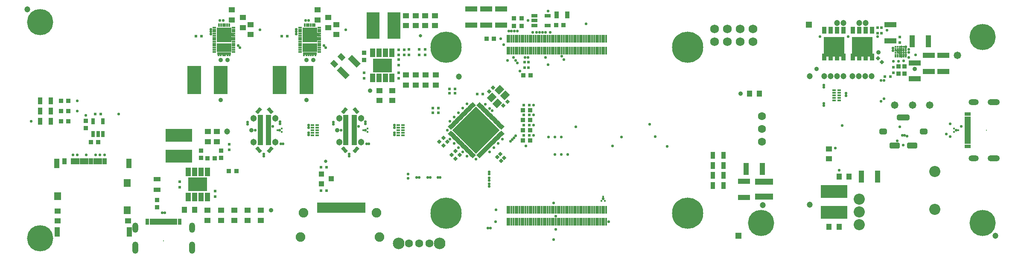
<source format=gbr>
%TF.GenerationSoftware,Altium Limited,Altium Designer,22.4.2 (48)*%
G04 Layer_Color=8388736*
%FSLAX26Y26*%
%MOIN*%
%TF.SameCoordinates,8C98EB32-1E12-42CD-A60B-9DA89663A72C*%
%TF.FilePolarity,Negative*%
%TF.FileFunction,Soldermask,Top*%
%TF.Part,Single*%
G01*
G75*
%TA.AperFunction,SMDPad,CuDef*%
%ADD22R,0.033465X0.035433*%
%ADD23R,0.023622X0.023622*%
%ADD33R,0.035433X0.055118*%
%ADD36R,0.106299X0.220472*%
%ADD37R,0.049213X0.039370*%
%ADD48P,0.033407X4X180.0*%
%ADD49R,0.043307X0.094488*%
%ADD51R,0.023622X0.023622*%
%ADD52R,0.039370X0.049213*%
%ADD53R,0.035433X0.033465*%
%ADD54R,0.094488X0.043307*%
%ADD55P,0.033407X4X90.0*%
%ADD56R,0.055118X0.035433*%
G04:AMPARAMS|DCode=60|XSize=43.307mil|YSize=94.488mil|CornerRadius=0mil|HoleSize=0mil|Usage=FLASHONLY|Rotation=45.000|XOffset=0mil|YOffset=0mil|HoleType=Round|Shape=Rectangle|*
%AMROTATEDRECTD60*
4,1,4,0.018095,-0.048718,-0.048718,0.018095,-0.018095,0.048718,0.048718,-0.018095,0.018095,-0.048718,0.0*
%
%ADD60ROTATEDRECTD60*%

G04:AMPARAMS|DCode=61|XSize=39.37mil|YSize=49.213mil|CornerRadius=0mil|HoleSize=0mil|Usage=FLASHONLY|Rotation=45.000|XOffset=0mil|YOffset=0mil|HoleType=Round|Shape=Rectangle|*
%AMROTATEDRECTD61*
4,1,4,0.003480,-0.031319,-0.031319,0.003480,-0.003480,0.031319,0.031319,-0.003480,0.003480,-0.031319,0.0*
%
%ADD61ROTATEDRECTD61*%

%ADD119R,0.015748X0.015748*%
%ADD120R,0.026701X0.015874*%
%ADD121R,0.039496X0.067055*%
%TA.AperFunction,FiducialPad,Global*%
%ADD123R,0.047370X0.047370*%
%ADD124C,0.047370*%
%TA.AperFunction,ComponentPad*%
%ADD128C,0.086740*%
%ADD129O,0.094614X0.047370*%
%ADD130O,0.078866X0.047370*%
%ADD131C,0.008000*%
G04:AMPARAMS|DCode=132|XSize=82.803mil|YSize=47.37mil|CornerRadius=13.842mil|HoleSize=0mil|Usage=FLASHONLY|Rotation=180.000|XOffset=0mil|YOffset=0mil|HoleType=Round|Shape=RoundedRectangle|*
%AMROUNDEDRECTD132*
21,1,0.082803,0.019685,0,0,180.0*
21,1,0.055118,0.047370,0,0,180.0*
1,1,0.027685,-0.027559,0.009843*
1,1,0.027685,0.027559,0.009843*
1,1,0.027685,0.027559,-0.009843*
1,1,0.027685,-0.027559,-0.009843*
%
%ADD132ROUNDEDRECTD132*%
G04:AMPARAMS|DCode=133|XSize=98.551mil|YSize=47.37mil|CornerRadius=13.842mil|HoleSize=0mil|Usage=FLASHONLY|Rotation=180.000|XOffset=0mil|YOffset=0mil|HoleType=Round|Shape=RoundedRectangle|*
%AMROUNDEDRECTD133*
21,1,0.098551,0.019685,0,0,180.0*
21,1,0.070866,0.047370,0,0,180.0*
1,1,0.027685,-0.035433,0.009843*
1,1,0.027685,0.035433,0.009843*
1,1,0.027685,0.035433,-0.009843*
1,1,0.027685,-0.035433,-0.009843*
%
%ADD133ROUNDEDRECTD133*%
G04:AMPARAMS|DCode=134|XSize=59.181mil|YSize=47.37mil|CornerRadius=13.842mil|HoleSize=0mil|Usage=FLASHONLY|Rotation=0.000|XOffset=0mil|YOffset=0mil|HoleType=Round|Shape=RoundedRectangle|*
%AMROUNDEDRECTD134*
21,1,0.059181,0.019685,0,0,0.0*
21,1,0.031496,0.047370,0,0,0.0*
1,1,0.027685,0.015748,-0.009843*
1,1,0.027685,-0.015748,-0.009843*
1,1,0.027685,-0.015748,0.009843*
1,1,0.027685,0.015748,0.009843*
%
%ADD134ROUNDEDRECTD134*%
%ADD135C,0.051307*%
%ADD136C,0.063118*%
%ADD137C,0.090677*%
%ADD138C,0.204850*%
%ADD139C,0.074929*%
%ADD140C,0.244220*%
%ADD141C,0.068000*%
%ADD142O,0.047370X0.094614*%
%ADD143O,0.047370X0.078866*%
%TA.AperFunction,ViaPad*%
%ADD144C,0.025716*%
%ADD145C,0.021779*%
%ADD146C,0.019811*%
%ADD147C,0.035559*%
%ADD149C,0.047370*%
%ADD150C,0.058000*%
%ADD151C,0.031622*%
%TA.AperFunction,SMDPad,CuDef*%
%ADD163R,0.051307X0.031622*%
%ADD164R,0.051307X0.019811*%
%ADD165R,0.041465X0.019811*%
G04:AMPARAMS|DCode=166|XSize=27.685mil|YSize=48.551mil|CornerRadius=0mil|HoleSize=0mil|Usage=FLASHONLY|Rotation=40.000|XOffset=0mil|YOffset=0mil|HoleType=Round|Shape=Rectangle|*
%AMROTATEDRECTD166*
4,1,4,0.005000,-0.027494,-0.026208,0.009698,-0.005000,0.027494,0.026208,-0.009698,0.005000,-0.027494,0.0*
%
%ADD166ROTATEDRECTD166*%

G04:AMPARAMS|DCode=167|XSize=27.685mil|YSize=48.551mil|CornerRadius=0mil|HoleSize=0mil|Usage=FLASHONLY|Rotation=140.000|XOffset=0mil|YOffset=0mil|HoleType=Round|Shape=Rectangle|*
%AMROTATEDRECTD167*
4,1,4,0.026208,0.009698,-0.005000,-0.027494,-0.026208,-0.009698,0.005000,0.027494,0.026208,0.009698,0.0*
%
%ADD167ROTATEDRECTD167*%

%TA.AperFunction,BGAPad,CuDef*%
%ADD168C,0.015874*%
%TA.AperFunction,SMDPad,CuDef*%
%ADD169R,0.100520X0.208787*%
%ADD170R,0.043433X0.039496*%
%ADD171R,0.145795X0.110362*%
%ADD172R,0.031622X0.015874*%
%ADD173R,0.115087X0.068236*%
%ADD174R,0.115087X0.115087*%
%ADD175R,0.017843X0.031622*%
%ADD176R,0.015874X0.031622*%
G04:AMPARAMS|DCode=177|XSize=19.024mil|YSize=35.165mil|CornerRadius=0mil|HoleSize=0mil|Usage=FLASHONLY|Rotation=315.000|XOffset=0mil|YOffset=0mil|HoleType=Round|Shape=Rectangle|*
%AMROTATEDRECTD177*
4,1,4,-0.019159,-0.005707,0.005707,0.019159,0.019159,0.005707,-0.005707,-0.019159,-0.019159,-0.005707,0.0*
%
%ADD177ROTATEDRECTD177*%

G04:AMPARAMS|DCode=178|XSize=19.024mil|YSize=35.165mil|CornerRadius=0mil|HoleSize=0mil|Usage=FLASHONLY|Rotation=45.000|XOffset=0mil|YOffset=0mil|HoleType=Round|Shape=Rectangle|*
%AMROTATEDRECTD178*
4,1,4,0.005707,-0.019159,-0.019159,0.005707,-0.005707,0.019159,0.019159,-0.005707,0.005707,-0.019159,0.0*
%
%ADD178ROTATEDRECTD178*%

%ADD179P,0.373219X4X180.0*%
%ADD180R,0.032016X0.058000*%
%ADD181R,0.019811X0.082803*%
%ADD182R,0.011811X0.060236*%
%ADD183R,0.141858X0.051307*%
%ADD184R,0.047370X0.041465*%
%ADD185R,0.052488X0.063118*%
%ADD186R,0.043433X0.074929*%
%ADD187R,0.033591X0.047370*%
G04:AMPARAMS|DCode=188|XSize=59.181mil|YSize=51.307mil|CornerRadius=0mil|HoleSize=0mil|Usage=FLASHONLY|Rotation=225.000|XOffset=0mil|YOffset=0mil|HoleType=Round|Shape=Rectangle|*
%AMROTATEDRECTD188*
4,1,4,0.002784,0.039063,0.039063,0.002784,-0.002784,-0.039063,-0.039063,-0.002784,0.002784,0.039063,0.0*
%
%ADD188ROTATEDRECTD188*%

%ADD189R,0.031622X0.051307*%
%ADD190R,0.019811X0.051307*%
%ADD191R,0.208787X0.100520*%
%ADD192R,0.015748X0.015748*%
%TA.AperFunction,Conductor*%
%ADD193R,0.018827X0.031622*%
%ADD194R,0.053276X0.018827*%
%ADD195R,0.161937X0.155638*%
D22*
X6270669Y2874016D02*
D03*
X6327756D02*
D03*
X3863189Y2733268D02*
D03*
X3806102D02*
D03*
X3975394Y2630905D02*
D03*
X4032480D02*
D03*
X2953746Y2858268D02*
D03*
X2896659D02*
D03*
X2721457Y3023622D02*
D03*
X2664370D02*
D03*
X5987205Y3669291D02*
D03*
X6044291D02*
D03*
X6331693Y3381890D02*
D03*
X6274606D02*
D03*
X2664370Y3102362D02*
D03*
X2721457D02*
D03*
X6587598Y3775591D02*
D03*
X6530512D02*
D03*
X2664370Y3181102D02*
D03*
X2721457D02*
D03*
X6270669Y3110236D02*
D03*
X6327756D02*
D03*
X6270669Y3031496D02*
D03*
X6327756D02*
D03*
X6270669Y2952756D02*
D03*
X6327756D02*
D03*
D23*
X3761811Y3688976D02*
D03*
X3718504D02*
D03*
X5344488Y3582677D02*
D03*
X5301181D02*
D03*
X4738189Y2661417D02*
D03*
X4694882D02*
D03*
X4738189Y2480315D02*
D03*
X4694882D02*
D03*
X5742126Y3276575D02*
D03*
X5698819D02*
D03*
X5742126Y3241142D02*
D03*
X5698819D02*
D03*
X5612205Y3125984D02*
D03*
X5568898D02*
D03*
Y3090551D02*
D03*
X5612205D02*
D03*
X5301181Y3543307D02*
D03*
X5344488D02*
D03*
X2974415Y3078740D02*
D03*
X2931108D02*
D03*
X6320866Y3149606D02*
D03*
X6277559D02*
D03*
X6320866Y3070866D02*
D03*
X6277559D02*
D03*
X6320866Y2992126D02*
D03*
X6277559D02*
D03*
X6320866Y2913386D02*
D03*
X6277559D02*
D03*
X5958661Y3236220D02*
D03*
X5915354D02*
D03*
X9139764Y3374016D02*
D03*
X9096457D02*
D03*
X4431102Y3688976D02*
D03*
X4387795D02*
D03*
D33*
X7753937Y2519685D02*
D03*
X7836614D02*
D03*
X2584646Y3023622D02*
D03*
X2501968D02*
D03*
X2584646Y3102362D02*
D03*
X2501968D02*
D03*
X6533465Y3854331D02*
D03*
X6616142D02*
D03*
X2584646Y3181102D02*
D03*
X2501968D02*
D03*
X7753937Y2755905D02*
D03*
X7836614D02*
D03*
X7753937Y2677165D02*
D03*
X7836614D02*
D03*
X7753937Y2598425D02*
D03*
X7836614D02*
D03*
D36*
X3702756Y3346457D02*
D03*
X3911417D02*
D03*
X4372047D02*
D03*
X4580709D02*
D03*
D37*
X8661417Y2727362D02*
D03*
Y2806102D02*
D03*
X3811024Y2863189D02*
D03*
Y2941929D02*
D03*
X3881890Y2863189D02*
D03*
Y2941929D02*
D03*
X4224495Y2246938D02*
D03*
Y2325678D02*
D03*
X4121143Y2246938D02*
D03*
Y2325678D02*
D03*
X4016808Y2246938D02*
D03*
Y2325678D02*
D03*
X3912472Y2246938D02*
D03*
Y2325678D02*
D03*
X3809120Y2246938D02*
D03*
Y2325678D02*
D03*
X5358268Y3850394D02*
D03*
Y3771653D02*
D03*
X5507874Y3850394D02*
D03*
Y3771653D02*
D03*
X5433071Y3850394D02*
D03*
Y3771653D02*
D03*
X5582677Y3850394D02*
D03*
Y3771653D02*
D03*
X5590551Y3385827D02*
D03*
Y3307087D02*
D03*
X5511811Y3385827D02*
D03*
Y3307087D02*
D03*
X5433071Y3385827D02*
D03*
Y3307087D02*
D03*
X5358290Y3385827D02*
D03*
Y3307087D02*
D03*
X5251991Y3185044D02*
D03*
Y3263784D02*
D03*
X5149629Y3185044D02*
D03*
Y3263784D02*
D03*
X3997047Y3895669D02*
D03*
Y3816929D02*
D03*
X4666339Y3895669D02*
D03*
Y3816929D02*
D03*
X4751968Y3834646D02*
D03*
Y3755905D02*
D03*
X4145669Y3779528D02*
D03*
Y3700787D02*
D03*
X4814961Y3779528D02*
D03*
Y3700787D02*
D03*
X4082677Y3834646D02*
D03*
Y3755905D02*
D03*
D48*
X6071303Y2743658D02*
D03*
X6101925Y2713035D02*
D03*
X6094925Y2767280D02*
D03*
X6125547Y2736657D02*
D03*
X9074366Y3484689D02*
D03*
X9043744Y3515311D02*
D03*
D49*
X8913386Y2588583D02*
D03*
X9039370D02*
D03*
X8013780Y2647638D02*
D03*
X8139764D02*
D03*
X9437008Y3649606D02*
D03*
X9311024D02*
D03*
D51*
X3590551Y2506890D02*
D03*
Y2550197D02*
D03*
X3866142Y2475394D02*
D03*
Y2432087D02*
D03*
X3976378Y2841535D02*
D03*
Y2798228D02*
D03*
X9165354Y3403543D02*
D03*
Y3446850D02*
D03*
X5031496Y3360236D02*
D03*
Y3403543D02*
D03*
X5507874Y3541339D02*
D03*
Y3584646D02*
D03*
X5299213Y3403543D02*
D03*
Y3360236D02*
D03*
X5381890Y3584646D02*
D03*
Y3541339D02*
D03*
X9212598Y3683071D02*
D03*
Y3639764D02*
D03*
X5460630Y3584646D02*
D03*
Y3541339D02*
D03*
X5299213Y3505905D02*
D03*
Y3462598D02*
D03*
X6314961Y3486220D02*
D03*
Y3442913D02*
D03*
X6283465Y3486220D02*
D03*
Y3442913D02*
D03*
X9040354Y3712599D02*
D03*
Y3755905D02*
D03*
X9071850Y3712599D02*
D03*
Y3755905D02*
D03*
D52*
X3627843Y2327696D02*
D03*
X3706584D02*
D03*
X8118110Y3240157D02*
D03*
X8039370D02*
D03*
X8661417Y2194882D02*
D03*
X8740157D02*
D03*
X8818898Y2588583D02*
D03*
X8740157D02*
D03*
D53*
X3755905Y2793307D02*
D03*
Y2736220D02*
D03*
X3913386Y2793307D02*
D03*
Y2736220D02*
D03*
X9251968Y3396654D02*
D03*
Y3453740D02*
D03*
X9204724Y3396654D02*
D03*
Y3453740D02*
D03*
X2858273Y2967520D02*
D03*
Y3024606D02*
D03*
X6200787Y3827756D02*
D03*
Y3770669D02*
D03*
X6259842Y3827756D02*
D03*
Y3770669D02*
D03*
X5031496Y3560039D02*
D03*
Y3502953D02*
D03*
X3415354Y2405512D02*
D03*
Y2348425D02*
D03*
D54*
X7998032Y2553150D02*
D03*
Y2427165D02*
D03*
X9141732Y3779528D02*
D03*
Y3653543D02*
D03*
X9330709Y3354331D02*
D03*
Y3480315D02*
D03*
X9555118Y3413386D02*
D03*
Y3539370D02*
D03*
X9440945Y3413386D02*
D03*
Y3539370D02*
D03*
X6102362Y3901575D02*
D03*
Y3775591D02*
D03*
X5866142Y3901575D02*
D03*
Y3775591D02*
D03*
X5984252Y3901575D02*
D03*
Y3775591D02*
D03*
D55*
X5649170Y2893264D02*
D03*
X5618547Y2862642D02*
D03*
X5680666Y2861768D02*
D03*
X5650043Y2831145D02*
D03*
X5744642Y2789918D02*
D03*
X5714019Y2759295D02*
D03*
X5776138Y2758421D02*
D03*
X5745516Y2727799D02*
D03*
X6038933Y3286965D02*
D03*
X6008311Y3256342D02*
D03*
X6149169Y3176729D02*
D03*
X6118547Y3146106D02*
D03*
D56*
X3415354Y2485236D02*
D03*
Y2567913D02*
D03*
D60*
X4865891Y3403293D02*
D03*
X4954975Y3492377D02*
D03*
D61*
X4852642Y3526855D02*
D03*
X4796964Y3471177D02*
D03*
D119*
X6897638Y2431102D02*
D03*
X6911417Y2397638D02*
D03*
X6883858D02*
D03*
D120*
X4664370Y2992126D02*
D03*
Y2972441D02*
D03*
Y2952756D02*
D03*
Y2933071D02*
D03*
Y2913386D02*
D03*
X4626968D02*
D03*
Y2933071D02*
D03*
Y2952756D02*
D03*
Y2972441D02*
D03*
Y2992126D02*
D03*
X5333661D02*
D03*
Y2972441D02*
D03*
Y2952756D02*
D03*
Y2933071D02*
D03*
Y2913386D02*
D03*
X5296260D02*
D03*
Y2933071D02*
D03*
Y2952756D02*
D03*
Y2972441D02*
D03*
Y2992126D02*
D03*
X8701772Y3187008D02*
D03*
Y3206693D02*
D03*
Y3226378D02*
D03*
Y3246063D02*
D03*
Y3265748D02*
D03*
X8739173D02*
D03*
Y3246063D02*
D03*
Y3226378D02*
D03*
Y3206693D02*
D03*
Y3187008D02*
D03*
D121*
X5098228Y3362205D02*
D03*
X5148228D02*
D03*
X5248228D02*
D03*
X5198228D02*
D03*
Y3559055D02*
D03*
X5248228D02*
D03*
X5148228D02*
D03*
X5098228D02*
D03*
X3657284Y2430118D02*
D03*
X3707284D02*
D03*
X3807284D02*
D03*
X3757284D02*
D03*
Y2626968D02*
D03*
X3807284D02*
D03*
X3707284D02*
D03*
X3657284D02*
D03*
D123*
X8503937Y3779528D02*
D03*
X7952756Y2125984D02*
D03*
D124*
X9960630D02*
D03*
X2401575Y3897638D02*
D03*
D128*
X8897638Y2412992D02*
D03*
Y2312992D02*
D03*
Y2212992D02*
D03*
X9488189Y2627953D02*
D03*
Y2332677D02*
D03*
D129*
X9946850Y2731496D02*
D03*
Y3174016D02*
D03*
D130*
X9789370Y2731496D02*
D03*
Y3174016D02*
D03*
D131*
X9891732Y2952756D02*
D03*
X3464567Y2086614D02*
D03*
D132*
X9173228Y2832677D02*
D03*
X9311024D02*
D03*
D133*
X9242126Y3053150D02*
D03*
D134*
X9084252Y2942913D02*
D03*
X9400000D02*
D03*
D135*
X4836614Y3047244D02*
D03*
Y2858268D02*
D03*
X5005905D02*
D03*
Y3047244D02*
D03*
X4167323D02*
D03*
Y2858268D02*
D03*
X4336614D02*
D03*
Y3047244D02*
D03*
D136*
X8135827Y2862599D02*
D03*
Y2962599D02*
D03*
Y3062599D02*
D03*
X5539370Y2066929D02*
D03*
X5460630D02*
D03*
X5381890D02*
D03*
D137*
X5299213D02*
D03*
X5622047D02*
D03*
D138*
X9862205Y3681102D02*
D03*
X8129921Y2224409D02*
D03*
X2500000Y2106299D02*
D03*
Y3799213D02*
D03*
X9862205Y2224409D02*
D03*
D139*
X4533465Y2114173D02*
D03*
X4557087Y2307087D02*
D03*
X5151575Y2114173D02*
D03*
X5127953Y2307087D02*
D03*
D140*
X5669291Y3602362D02*
D03*
X7559055Y2303150D02*
D03*
Y3602362D02*
D03*
X5669291Y2303150D02*
D03*
D141*
X8067717Y3646850D02*
D03*
Y3746850D02*
D03*
X7767717D02*
D03*
Y3646850D02*
D03*
X7867717D02*
D03*
Y3746850D02*
D03*
X7967717Y3646850D02*
D03*
Y3746850D02*
D03*
D142*
X3243307Y2031496D02*
D03*
X3685827D02*
D03*
D143*
X3243307Y2188976D02*
D03*
X3685827D02*
D03*
D144*
X4563976Y3600000D02*
D03*
X4648622D02*
D03*
X4606299D02*
D03*
X4563976Y3699409D02*
D03*
X4648622D02*
D03*
X4606299Y3655709D02*
D03*
Y3743110D02*
D03*
Y3699409D02*
D03*
X3894685Y3600000D02*
D03*
X3979331D02*
D03*
X3937008D02*
D03*
X3894685Y3699409D02*
D03*
X3979331D02*
D03*
X3937008Y3655709D02*
D03*
Y3743110D02*
D03*
Y3699409D02*
D03*
X5472441Y3692913D02*
D03*
X4732283Y2708661D02*
D03*
D145*
X8739173Y2638780D02*
D03*
X9212598Y3559055D02*
D03*
X8764764Y2990157D02*
D03*
X8709646Y2811024D02*
D03*
X3929134Y3811024D02*
D03*
X3904528D02*
D03*
X4573819D02*
D03*
X4598425D02*
D03*
X4501968Y3706693D02*
D03*
X4887795Y3740157D02*
D03*
X4218504D02*
D03*
X3832677Y3742126D02*
D03*
X3832677Y3724409D02*
D03*
X3832677Y3706693D02*
D03*
X4501968Y3724409D02*
D03*
X4501968Y3742126D02*
D03*
X4730315Y3598425D02*
D03*
X4986220Y2982284D02*
D03*
X4716535Y3614173D02*
D03*
X4047244D02*
D03*
X4316929Y2982284D02*
D03*
X4061024Y3598425D02*
D03*
X4851378Y2952756D02*
D03*
X4182087D02*
D03*
X4370079D02*
D03*
X5039370D02*
D03*
X5042322Y3002953D02*
D03*
Y3020669D02*
D03*
X4790353Y2999410D02*
D03*
Y3017126D02*
D03*
X5049802Y2845472D02*
D03*
X5067519D02*
D03*
X4915353Y2747441D02*
D03*
Y2765157D02*
D03*
X4246063D02*
D03*
Y2747441D02*
D03*
X4398229Y2845472D02*
D03*
X4380512D02*
D03*
X4121063Y3017126D02*
D03*
Y2999410D02*
D03*
X4373032Y3020669D02*
D03*
Y3002953D02*
D03*
X5267275Y2973258D02*
D03*
Y2991308D02*
D03*
Y2914203D02*
D03*
Y2932253D02*
D03*
X4597984D02*
D03*
Y2914203D02*
D03*
Y2991308D02*
D03*
Y2973258D02*
D03*
X6511811Y2380905D02*
D03*
X9606299Y3001968D02*
D03*
X9694882Y2982284D02*
D03*
X9606299Y2903543D02*
D03*
X9577756Y2923228D02*
D03*
X5905512Y2726378D02*
D03*
X5679134Y2952756D02*
D03*
X5834414Y2748263D02*
D03*
X6007874Y2530905D02*
D03*
Y2513189D02*
D03*
X9259843Y3606299D02*
D03*
X8795276Y3222060D02*
D03*
Y3240761D02*
D03*
X9161417Y3574803D02*
D03*
X6574803Y3531201D02*
D03*
X6590551Y3506890D02*
D03*
X6484252Y3719488D02*
D03*
X8590551Y3685039D02*
D03*
X8811024D02*
D03*
X9041339D02*
D03*
X9113189Y3737205D02*
D03*
X6007874Y2625394D02*
D03*
Y2607677D02*
D03*
X6684055Y2977362D02*
D03*
X6161417Y3728347D02*
D03*
X7303150Y2901575D02*
D03*
X7397638Y2826772D02*
D03*
X6031496Y3106299D02*
D03*
X6970000Y2830000D02*
D03*
X7260000Y3000000D02*
D03*
X7040000Y2900000D02*
D03*
X6622047Y2760827D02*
D03*
X6572047D02*
D03*
X6522441D02*
D03*
X6572047Y2898622D02*
D03*
X6522441D02*
D03*
X6472441Y2898622D02*
D03*
X6173228Y2866142D02*
D03*
X6200787Y2893701D02*
D03*
X6214567Y2907480D02*
D03*
X6187008Y2879921D02*
D03*
X9338583Y3543307D02*
D03*
X9090551Y3197835D02*
D03*
X9065945Y3178150D02*
D03*
X9654528Y2952756D02*
D03*
X9242126Y2834646D02*
D03*
X6897638Y2414370D02*
D03*
X5374016Y2610236D02*
D03*
Y2574803D02*
D03*
X6527559Y2175197D02*
D03*
Y2279528D02*
D03*
X9284449Y3562992D02*
D03*
Y3586614D02*
D03*
X6353346Y3149606D02*
D03*
Y3070866D02*
D03*
Y2992126D02*
D03*
Y2913386D02*
D03*
X6294291Y2829724D02*
D03*
X6941929Y2236220D02*
D03*
X9192913Y2868110D02*
D03*
X2858268Y3067913D02*
D03*
X6120079Y3622047D02*
D03*
X2791339Y3181102D02*
D03*
Y3102362D02*
D03*
X6149606Y3498032D02*
D03*
X6763779Y3784449D02*
D03*
X2429134Y3023622D02*
D03*
X6248032Y3417323D02*
D03*
X9090551Y3342520D02*
D03*
X9212599Y2979331D02*
D03*
X9066929Y3342520D02*
D03*
X9271654Y2906496D02*
D03*
X6448819Y3523622D02*
D03*
X3003937Y2760236D02*
D03*
X2968504D02*
D03*
X2933071D02*
D03*
X2862205D02*
D03*
X2791339D02*
D03*
X2755906D02*
D03*
X3114173Y3078740D02*
D03*
X6346457Y3720472D02*
D03*
X6448819D02*
D03*
X6425197D02*
D03*
X6401575D02*
D03*
X6377953D02*
D03*
X6468504Y3885827D02*
D03*
Y3464567D02*
D03*
X6182395Y3728347D02*
D03*
X6196850Y3523622D02*
D03*
X6204724Y3728347D02*
D03*
X6228346D02*
D03*
X6212598Y3500000D02*
D03*
X6228346Y3480315D02*
D03*
X6098425Y3669291D02*
D03*
X6017618Y2186024D02*
D03*
X5998917D02*
D03*
X3473819Y2304134D02*
D03*
X3455118D02*
D03*
X6009785Y2781438D02*
D03*
X5734194Y2848483D02*
D03*
X5976610Y3157249D02*
D03*
X6010016Y3123842D02*
D03*
X6110004Y2881658D02*
D03*
X6076598Y2848251D02*
D03*
X6043191Y2814845D02*
D03*
X5801007Y2781670D02*
D03*
X5767601Y2815077D02*
D03*
X5700787Y2881890D02*
D03*
X5701019Y3023854D02*
D03*
X5734426Y3057260D02*
D03*
X5767832Y3090667D02*
D03*
X5801239Y3124074D02*
D03*
X5834646Y3157480D02*
D03*
X6310482Y3523622D02*
D03*
X6287402D02*
D03*
X6311024Y3811024D02*
D03*
X6511811Y2096004D02*
D03*
X6061024Y2329724D02*
D03*
X6057087Y2236220D02*
D03*
X9285710Y3521930D02*
D03*
X9244094Y3496063D02*
D03*
X9165354Y3492126D02*
D03*
X9204724D02*
D03*
X9161417Y3594488D02*
D03*
X9196850Y3574803D02*
D03*
X4286417Y2942913D02*
D03*
X4229214Y2962598D02*
D03*
X4286417D02*
D03*
X4229138Y2942913D02*
D03*
X5607677Y2582677D02*
D03*
X5625394D02*
D03*
X9251083Y2912204D02*
D03*
X9233366D02*
D03*
X6007874Y2578150D02*
D03*
Y2560433D02*
D03*
X8622047Y3146260D02*
D03*
Y3163977D02*
D03*
Y3289370D02*
D03*
Y3307087D02*
D03*
X5442323Y2582677D02*
D03*
X5460039D02*
D03*
X5546654D02*
D03*
X5528937D02*
D03*
X4955709Y2962598D02*
D03*
Y2942913D02*
D03*
X4898505Y2962598D02*
D03*
X4898429Y2942913D02*
D03*
D146*
X9228346Y3606299D02*
D03*
Y3590551D02*
D03*
X9212598D02*
D03*
X9228346Y3574803D02*
D03*
X9259843Y3559055D02*
D03*
X9228346Y3527559D02*
D03*
X9259843Y3543307D02*
D03*
X9244094Y3559055D02*
D03*
X9228346Y3543307D02*
D03*
X9244094D02*
D03*
D147*
X5078740Y3263780D02*
D03*
X3963583Y3502953D02*
D03*
X4632874D02*
D03*
X3911417Y3189961D02*
D03*
Y3502953D02*
D03*
X4580709D02*
D03*
Y3189961D02*
D03*
X4150422Y2952756D02*
D03*
X4819713D02*
D03*
X8563976Y3431102D02*
D03*
X9329724D02*
D03*
X9047244Y3562992D02*
D03*
X7972441Y3240157D02*
D03*
X4303150Y2325787D02*
D03*
D149*
X8725787Y3793307D02*
D03*
X8509843Y2368110D02*
D03*
X8946260Y3793307D02*
D03*
X8896260D02*
D03*
X8775787D02*
D03*
X8995472Y3375000D02*
D03*
X8945472D02*
D03*
X8895472D02*
D03*
X8845472D02*
D03*
X8509843D02*
D03*
X8625000D02*
D03*
X8675000D02*
D03*
X8775000D02*
D03*
X8725000D02*
D03*
X3960630Y2941929D02*
D03*
X8145669Y2367126D02*
D03*
X5770669Y3372047D02*
D03*
D150*
X9173228Y3149606D02*
D03*
X9665354Y3539370D02*
D03*
X9314961Y3149606D02*
D03*
X9448819D02*
D03*
D151*
X5866142Y2874016D02*
D03*
X5826772Y2913386D02*
D03*
X5866142D02*
D03*
X5826772Y2992126D02*
D03*
X5866142Y3031496D02*
D03*
Y2992126D02*
D03*
X5984252D02*
D03*
X5944882Y3031496D02*
D03*
Y2992126D02*
D03*
X5984252Y2913386D02*
D03*
X5944882Y2874016D02*
D03*
Y2913386D02*
D03*
X6023622Y2952756D02*
D03*
X5905512Y2834646D02*
D03*
X5788810Y2951348D02*
D03*
X5905512Y3070866D02*
D03*
X5984252Y2952756D02*
D03*
X5905512Y2874016D02*
D03*
X5826772Y2952756D02*
D03*
X5905512Y3031496D02*
D03*
X5944882Y2952756D02*
D03*
X5905512Y2913386D02*
D03*
X5867109Y2951788D02*
D03*
X5905512Y2992126D02*
D03*
Y2952756D02*
D03*
D163*
X9744094Y3047244D02*
D03*
Y3078740D02*
D03*
Y2858268D02*
D03*
Y2826772D02*
D03*
X6362205Y3848425D02*
D03*
X6464567Y3773622D02*
D03*
Y3848425D02*
D03*
X6362205Y3811024D02*
D03*
Y3773622D02*
D03*
D164*
X9744094Y2883858D02*
D03*
Y2903543D02*
D03*
Y2923228D02*
D03*
Y2942913D02*
D03*
Y2962598D02*
D03*
Y2982284D02*
D03*
Y3001968D02*
D03*
Y3021653D02*
D03*
D165*
X4953937Y3061024D02*
D03*
Y3041339D02*
D03*
Y3021653D02*
D03*
Y3001968D02*
D03*
Y2982284D02*
D03*
Y2962598D02*
D03*
Y2942913D02*
D03*
Y2923228D02*
D03*
Y2903543D02*
D03*
Y2883858D02*
D03*
Y2864173D02*
D03*
Y2844488D02*
D03*
X4888583D02*
D03*
Y2864173D02*
D03*
Y2883858D02*
D03*
Y2903543D02*
D03*
Y2923228D02*
D03*
Y2942913D02*
D03*
Y2962598D02*
D03*
Y2982284D02*
D03*
Y3001968D02*
D03*
Y3021653D02*
D03*
Y3041339D02*
D03*
Y3061024D02*
D03*
X4284646D02*
D03*
Y3041339D02*
D03*
Y3021653D02*
D03*
Y3001968D02*
D03*
Y2982284D02*
D03*
Y2962598D02*
D03*
Y2942913D02*
D03*
Y2923228D02*
D03*
Y2903543D02*
D03*
Y2883858D02*
D03*
Y2864173D02*
D03*
Y2844488D02*
D03*
X4219291D02*
D03*
Y2864173D02*
D03*
Y2883858D02*
D03*
Y2903543D02*
D03*
Y2923228D02*
D03*
Y2942913D02*
D03*
Y2962598D02*
D03*
Y2982284D02*
D03*
Y3001968D02*
D03*
Y3021653D02*
D03*
Y3041339D02*
D03*
Y3061024D02*
D03*
D166*
X4876575Y2800000D02*
D03*
X4965945Y3105512D02*
D03*
X4207283Y2800000D02*
D03*
X4296654Y3105512D02*
D03*
D167*
X4965945Y2800000D02*
D03*
X4876575Y3105512D02*
D03*
X4296654Y2800000D02*
D03*
X4207283Y3105512D02*
D03*
D168*
X9181102Y3527559D02*
D03*
Y3543307D02*
D03*
Y3559055D02*
D03*
Y3574803D02*
D03*
Y3590551D02*
D03*
Y3606299D02*
D03*
X9196850Y3527559D02*
D03*
Y3543307D02*
D03*
Y3559055D02*
D03*
Y3574803D02*
D03*
Y3590551D02*
D03*
Y3606299D02*
D03*
X9212598Y3527559D02*
D03*
Y3543307D02*
D03*
Y3559055D02*
D03*
Y3574803D02*
D03*
Y3590551D02*
D03*
Y3606299D02*
D03*
X9228346Y3527559D02*
D03*
Y3543307D02*
D03*
Y3559055D02*
D03*
Y3574803D02*
D03*
Y3590551D02*
D03*
Y3606299D02*
D03*
X9244094Y3527559D02*
D03*
Y3543307D02*
D03*
Y3559055D02*
D03*
Y3574803D02*
D03*
Y3590551D02*
D03*
Y3606299D02*
D03*
X9259843Y3527559D02*
D03*
Y3543307D02*
D03*
Y3559055D02*
D03*
Y3574803D02*
D03*
Y3590551D02*
D03*
Y3606299D02*
D03*
D169*
X5099409Y3771653D02*
D03*
X5262795D02*
D03*
D170*
X4775591Y2570868D02*
D03*
X4696850Y2533467D02*
D03*
Y2608270D02*
D03*
D171*
X5173228Y3460630D02*
D03*
X3732284Y2528543D02*
D03*
D172*
X4531496Y3677165D02*
D03*
X4681102Y3755905D02*
D03*
Y3740157D02*
D03*
Y3708661D02*
D03*
Y3692913D02*
D03*
Y3677165D02*
D03*
Y3661417D02*
D03*
Y3645669D02*
D03*
Y3629921D02*
D03*
Y3614173D02*
D03*
Y3598425D02*
D03*
Y3582677D02*
D03*
Y3566929D02*
D03*
X4531496D02*
D03*
Y3582677D02*
D03*
Y3598425D02*
D03*
Y3614173D02*
D03*
Y3629921D02*
D03*
Y3645669D02*
D03*
Y3661417D02*
D03*
Y3692913D02*
D03*
Y3708661D02*
D03*
Y3724409D02*
D03*
Y3740157D02*
D03*
Y3755905D02*
D03*
X4681102Y3724409D02*
D03*
X3862205Y3677165D02*
D03*
X4011811Y3755905D02*
D03*
Y3740157D02*
D03*
Y3708661D02*
D03*
Y3692913D02*
D03*
Y3677165D02*
D03*
Y3661417D02*
D03*
Y3645669D02*
D03*
Y3629921D02*
D03*
Y3614173D02*
D03*
Y3598425D02*
D03*
Y3582677D02*
D03*
Y3566929D02*
D03*
X3862205D02*
D03*
Y3582677D02*
D03*
Y3598425D02*
D03*
Y3614173D02*
D03*
Y3629921D02*
D03*
Y3645669D02*
D03*
Y3661417D02*
D03*
Y3692913D02*
D03*
Y3708661D02*
D03*
Y3724409D02*
D03*
Y3740157D02*
D03*
Y3755905D02*
D03*
X4011811Y3724409D02*
D03*
D173*
X4606299Y3600000D02*
D03*
X3937008D02*
D03*
D174*
X4606299Y3699409D02*
D03*
X3937008D02*
D03*
D175*
X4650591Y3547244D02*
D03*
X4562008D02*
D03*
X3981299D02*
D03*
X3892717D02*
D03*
D176*
X4631890D02*
D03*
X4614173D02*
D03*
X4598425D02*
D03*
X4580709D02*
D03*
X4566929Y3775590D02*
D03*
X4582677D02*
D03*
X4598425D02*
D03*
X4614173D02*
D03*
X4629921D02*
D03*
X4645669D02*
D03*
X3962599Y3547244D02*
D03*
X3944882D02*
D03*
X3929134D02*
D03*
X3911417D02*
D03*
X3897638Y3775590D02*
D03*
X3913386D02*
D03*
X3929134D02*
D03*
X3944882D02*
D03*
X3960630D02*
D03*
X3976378D02*
D03*
D177*
X5883241Y2752316D02*
D03*
X5872105Y2763452D02*
D03*
X5860970Y2774587D02*
D03*
X5849834Y2785723D02*
D03*
X5838699Y2796858D02*
D03*
X5827563Y2807994D02*
D03*
X5816427Y2819129D02*
D03*
X5805292Y2830265D02*
D03*
X5794156Y2841401D02*
D03*
X5783021Y2852536D02*
D03*
X5771885Y2863672D02*
D03*
X5760750Y2874807D02*
D03*
X5705072Y2930485D02*
D03*
X5716208Y2919349D02*
D03*
X5727343Y2908214D02*
D03*
X5738479Y2897078D02*
D03*
X5749614Y2885943D02*
D03*
X5938918Y3142060D02*
D03*
X5927783Y3153196D02*
D03*
X5950054Y3130925D02*
D03*
X5961190Y3119789D02*
D03*
X5972325Y3108653D02*
D03*
X5983461Y3097518D02*
D03*
X5994596Y3086382D02*
D03*
X6005732Y3075247D02*
D03*
X6016867Y3064111D02*
D03*
X6028003Y3052976D02*
D03*
X6105952Y2975027D02*
D03*
X6094816Y2986162D02*
D03*
X6083680Y2997298D02*
D03*
X6072545Y3008434D02*
D03*
X6061409Y3019569D02*
D03*
X6050274Y3030705D02*
D03*
X6039138Y3041840D02*
D03*
D178*
X5727343Y2997298D02*
D03*
X5716208Y2986162D02*
D03*
X5705072Y2975027D02*
D03*
X5738479Y3008434D02*
D03*
X5749614Y3019569D02*
D03*
X5760750Y3030705D02*
D03*
X5771885Y3041840D02*
D03*
X5783021Y3052976D02*
D03*
X5794156Y3064111D02*
D03*
X5805292Y3075247D02*
D03*
X5816427Y3086382D02*
D03*
X5883241Y3153196D02*
D03*
X5872105Y3142060D02*
D03*
X5860970Y3130925D02*
D03*
X5849834Y3119789D02*
D03*
X5838699Y3108653D02*
D03*
X5827563Y3097518D02*
D03*
X6105952Y2930485D02*
D03*
X6094816Y2919349D02*
D03*
X6083680Y2908214D02*
D03*
X6072545Y2897078D02*
D03*
X6061409Y2885943D02*
D03*
X6050274Y2874807D02*
D03*
X6039138Y2863672D02*
D03*
X6028003Y2852536D02*
D03*
X6016867Y2841401D02*
D03*
X5927783Y2752316D02*
D03*
X5938918Y2763452D02*
D03*
X5950054Y2774587D02*
D03*
X5961190Y2785723D02*
D03*
X5972325Y2796858D02*
D03*
X5983461Y2807994D02*
D03*
X5994596Y2819129D02*
D03*
X6005732Y2830265D02*
D03*
D179*
X5905512Y2952756D02*
D03*
D180*
X8996260Y3735039D02*
D03*
X8946260D02*
D03*
X8896260D02*
D03*
X8846260D02*
D03*
Y3524803D02*
D03*
X8896260D02*
D03*
X8946260D02*
D03*
X8996260D02*
D03*
X8775787Y3735039D02*
D03*
X8725787D02*
D03*
X8675787D02*
D03*
X8625787D02*
D03*
Y3524803D02*
D03*
X8675787D02*
D03*
X8725787D02*
D03*
X8775787D02*
D03*
D181*
X5029528Y2346457D02*
D03*
X5009842D02*
D03*
X4990158D02*
D03*
X4950787D02*
D03*
X4911417D02*
D03*
X4970472D02*
D03*
X4931102D02*
D03*
X4891732D02*
D03*
X4872047D02*
D03*
X4852362D02*
D03*
X4675197D02*
D03*
X4694882D02*
D03*
X4734252D02*
D03*
X4773622D02*
D03*
X4714567D02*
D03*
X4753937D02*
D03*
X4793307D02*
D03*
X4812992D02*
D03*
X4832677D02*
D03*
D182*
X6543307Y2236614D02*
D03*
X6559055D02*
D03*
X6574803D02*
D03*
X6590551D02*
D03*
X6606299D02*
D03*
X6622047D02*
D03*
X6637795D02*
D03*
X6653543D02*
D03*
X6669291D02*
D03*
X6685039D02*
D03*
X6700787D02*
D03*
X6716535D02*
D03*
X6732283D02*
D03*
X6748031D02*
D03*
X6763779D02*
D03*
X6779528D02*
D03*
X6795276D02*
D03*
X6811024D02*
D03*
X6826772D02*
D03*
X6842520D02*
D03*
X6858268D02*
D03*
X6874016D02*
D03*
X6889764D02*
D03*
X6905512D02*
D03*
X6921260D02*
D03*
X6149606D02*
D03*
X6165354D02*
D03*
X6181102D02*
D03*
X6196850D02*
D03*
X6212598D02*
D03*
X6228346D02*
D03*
X6244094D02*
D03*
X6259842D02*
D03*
X6275590D02*
D03*
X6291338D02*
D03*
X6307087D02*
D03*
X6322834D02*
D03*
X6338583D02*
D03*
X6354331D02*
D03*
X6370079D02*
D03*
X6385827D02*
D03*
X6401575D02*
D03*
X6417323D02*
D03*
X6433071D02*
D03*
X6448819D02*
D03*
X6464567D02*
D03*
X6480315D02*
D03*
X6496063D02*
D03*
X6511811D02*
D03*
X6527559D02*
D03*
X6543307Y2330315D02*
D03*
X6559055D02*
D03*
X6574803D02*
D03*
X6590551D02*
D03*
X6606299D02*
D03*
X6622047D02*
D03*
X6637795D02*
D03*
X6653543D02*
D03*
X6669291D02*
D03*
X6685039D02*
D03*
X6700787D02*
D03*
X6716535D02*
D03*
X6732283D02*
D03*
X6748031D02*
D03*
X6763779D02*
D03*
X6779528D02*
D03*
X6795276D02*
D03*
X6811024D02*
D03*
X6826772D02*
D03*
X6842520D02*
D03*
X6858268D02*
D03*
X6874016D02*
D03*
X6889764D02*
D03*
X6905512D02*
D03*
X6921260D02*
D03*
X6149606D02*
D03*
X6165354D02*
D03*
X6181102D02*
D03*
X6196850D02*
D03*
X6212598D02*
D03*
X6228346D02*
D03*
X6244094D02*
D03*
X6259842D02*
D03*
X6275590D02*
D03*
X6291338D02*
D03*
X6307087D02*
D03*
X6322834D02*
D03*
X6338583D02*
D03*
X6354331D02*
D03*
X6370079D02*
D03*
X6385827D02*
D03*
X6401575D02*
D03*
X6417323D02*
D03*
X6433071D02*
D03*
X6448819D02*
D03*
X6464567D02*
D03*
X6480315D02*
D03*
X6496063D02*
D03*
X6511811D02*
D03*
X6527559D02*
D03*
X6543307Y3575197D02*
D03*
X6559055D02*
D03*
X6574803D02*
D03*
X6590551D02*
D03*
X6606299D02*
D03*
X6622047D02*
D03*
X6637795D02*
D03*
X6653543D02*
D03*
X6669291D02*
D03*
X6685039D02*
D03*
X6700787D02*
D03*
X6716535D02*
D03*
X6732283D02*
D03*
X6748031D02*
D03*
X6763779D02*
D03*
X6779528D02*
D03*
X6795276D02*
D03*
X6811024D02*
D03*
X6826772D02*
D03*
X6842520D02*
D03*
X6858268D02*
D03*
X6874016D02*
D03*
X6889764D02*
D03*
X6905512D02*
D03*
X6921260D02*
D03*
X6149606D02*
D03*
X6165354D02*
D03*
X6181102D02*
D03*
X6196850D02*
D03*
X6212598D02*
D03*
X6228346D02*
D03*
X6244094D02*
D03*
X6259842D02*
D03*
X6275590D02*
D03*
X6291338D02*
D03*
X6307087D02*
D03*
X6322834D02*
D03*
X6338583D02*
D03*
X6354331D02*
D03*
X6370079D02*
D03*
X6385827D02*
D03*
X6401575D02*
D03*
X6417323D02*
D03*
X6433071D02*
D03*
X6448819D02*
D03*
X6464567D02*
D03*
X6480315D02*
D03*
X6496063D02*
D03*
X6511811D02*
D03*
X6527559D02*
D03*
X6543307Y3668898D02*
D03*
X6559055D02*
D03*
X6574803D02*
D03*
X6590551D02*
D03*
X6606299D02*
D03*
X6622047D02*
D03*
X6637795D02*
D03*
X6653543D02*
D03*
X6669291D02*
D03*
X6685039D02*
D03*
X6700787D02*
D03*
X6716535D02*
D03*
X6732283D02*
D03*
X6748031D02*
D03*
X6763779D02*
D03*
X6779528D02*
D03*
X6795276D02*
D03*
X6811024D02*
D03*
X6826772D02*
D03*
X6842520D02*
D03*
X6858268D02*
D03*
X6874016D02*
D03*
X6889764D02*
D03*
X6905512D02*
D03*
X6921260D02*
D03*
X6149606D02*
D03*
X6165354D02*
D03*
X6181102D02*
D03*
X6196850D02*
D03*
X6212598D02*
D03*
X6228346D02*
D03*
X6244094D02*
D03*
X6259842D02*
D03*
X6275590D02*
D03*
X6291338D02*
D03*
X6307087D02*
D03*
X6322834D02*
D03*
X6338583D02*
D03*
X6354331D02*
D03*
X6370079D02*
D03*
X6385827D02*
D03*
X6401575D02*
D03*
X6417323D02*
D03*
X6433071D02*
D03*
X6448819D02*
D03*
X6464567D02*
D03*
X6480315D02*
D03*
X6496063D02*
D03*
X6511811D02*
D03*
X6527559D02*
D03*
D183*
X8155512Y2549213D02*
D03*
Y2431102D02*
D03*
D184*
X3188976Y2241929D02*
D03*
X2637795D02*
D03*
Y2317913D02*
D03*
D185*
X2635827Y2434055D02*
D03*
X3179134Y2540354D02*
D03*
Y2325787D02*
D03*
D186*
X2631890Y2693898D02*
D03*
X3194882D02*
D03*
X2632978Y2154528D02*
D03*
X3195984Y2154169D02*
D03*
D187*
X2692126Y2708661D02*
D03*
X2791339D02*
D03*
X2826772D02*
D03*
X2862205D02*
D03*
X2897638D02*
D03*
X2933071D02*
D03*
X2968504D02*
D03*
X3003937D02*
D03*
X2755905D02*
D03*
D188*
X6131634Y3224887D02*
D03*
X6070389Y3163642D02*
D03*
X6025846Y3208184D02*
D03*
X6087092Y3269429D02*
D03*
D189*
X3559055Y2234252D02*
D03*
X3590551D02*
D03*
X3370079D02*
D03*
X3338583D02*
D03*
X2915354Y2921260D02*
D03*
X2990157Y3023622D02*
D03*
X2915354D02*
D03*
X2952756Y2921260D02*
D03*
X2990157D02*
D03*
D190*
X3395669Y2234252D02*
D03*
X3415354D02*
D03*
X3435039D02*
D03*
X3454724D02*
D03*
X3474409D02*
D03*
X3494095D02*
D03*
X3513780D02*
D03*
X3533465D02*
D03*
D191*
X8700787Y2310039D02*
D03*
Y2473425D02*
D03*
X3582677Y2750000D02*
D03*
Y2913386D02*
D03*
D192*
X4353346Y2952756D02*
D03*
X4386811Y2966535D02*
D03*
Y2938976D02*
D03*
X5022638Y2952756D02*
D03*
X5056102Y2966535D02*
D03*
Y2938976D02*
D03*
X9671260Y2952756D02*
D03*
X9637795Y2938976D02*
D03*
Y2966535D02*
D03*
D193*
X4674705Y3669296D02*
D03*
X4674709Y3700787D02*
D03*
X4005396Y3669292D02*
D03*
X4005413Y3700805D02*
D03*
D194*
X4579731Y3553643D02*
D03*
X4632881D02*
D03*
X3910428Y3553641D02*
D03*
X3963578D02*
D03*
D195*
X8921260Y3604331D02*
D03*
X8700787D02*
D03*
%TF.MD5,7752af08f9b6c8aa22e763b12134ed8b*%
M02*

</source>
